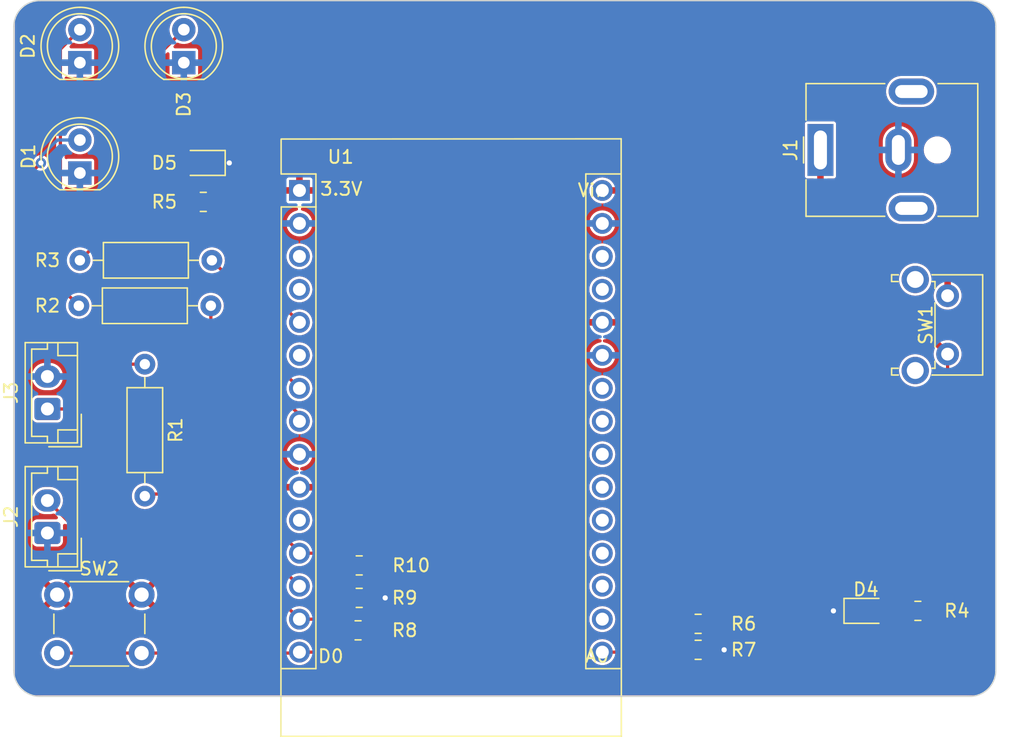
<source format=kicad_pcb>
(kicad_pcb (version 20211014) (generator pcbnew)
  (layers (0 "F.Cu" signal) (31 "B.Cu" signal) (34 "B.Paste" user) (35 "F.Paste" user) (36 "B.SilkS" user "B.Silkscreen") (37 "F.SilkS" user "F.Silkscreen") (38 "B.Mask" user) (39 "F.Mask" user) (44 "Edge.Cuts" user))
  (net 0 "")
  (net 1 "GND")
  (net 2 "Net-(D1-Pad2)")
  (net 3 "Net-(D2-Pad2)")
  (net 4 "Net-(D3-Pad2)")
  (net 5 "Net-(D4-Pad2)")
  (net 6 "Net-(D5-Pad2)")
  (net 7 "Net-(J1-Pad1)")
  (net 8 "/D1")
  (net 9 "/D3")
  (net 10 "/D2")
  (net 11 "/D5")
  (net 12 "/D6")
  (net 13 "/D8")
  (net 14 "/Vin")
  (net 15 "/A0")
  (net 16 "/D0")
  (net 19 "/TX")
  (net 20 "/RX")
  (net 21 "/D7")
  (net 22 "/D4")
  (net 23 "/RST")
  (net 24 "/EN")
  (net 25 "/CLK")
  (net 26 "/SD0")
  (net 27 "/CMD")
  (net 28 "/SD1")
  (net 29 "/SD2")
  (net 30 "/SD3")
  (net 31 "+3V3")
  (footprint "LED_THT:LED_D5.0mm" (layer "F.Cu") (at 118 56.275 90)
    (fp_text reference "D3" (at -3.225 0 90) (layer "F.SilkS"))
    (fp_text value "LED")
    (fp_line (start -1.29 -1.545) (end -1.29 1.545) (layer "F.SilkS") (width 0.12))
    (fp_arc (start 4.26 -0.000462) (mid 2.072002 2.880433) (end -1.29 1.54483) (layer "F.SilkS") (width 0.12))
    (fp_arc (start -1.29 -1.54483) (mid 2.072002 -2.880433) (end 4.26 0.000462) (layer "F.SilkS") (width 0.12))
    (fp_circle (center 1.27 0) (end 3.77 0) (layer "F.SilkS") (width 0.12) (fill none))
    (pad "1" thru_hole rect locked (at 0 0 90) (size 1.8 1.8) (drill 0.9) (layers *.Cu *.Mask) (net 1 "GND"))
    (pad "2" thru_hole circle locked (at 2.54 0 90) (size 1.8 1.8) (drill 0.9) (layers *.Cu *.Mask) (net 4 "Net-(D3-Pad2)"))
  )
  (footprint "Resistor_SMD:R_0805_2012Metric" (layer "F.Cu") (at 131.4125 100 180)
    (fp_text reference "R8" (at -3.5875 0) (layer "F.SilkS"))
    (fp_text value "10k")
    (fp_line (start -0.227064 0.735) (end 0.227064 0.735) (layer "F.SilkS") (width 0.12))
    (fp_line (start -0.227064 -0.735) (end 0.227064 -0.735) (layer "F.SilkS") (width 0.12))
    (pad "1" smd roundrect locked (at -0.9125 0 180) (size 1.025 1.4) (layers "F.Cu" "F.Paste" "F.Mask") (roundrect_rratio 0.243902) (net 1 "GND"))
    (pad "2" smd roundrect locked (at 0.9125 0 180) (size 1.025 1.4) (layers "F.Cu" "F.Paste" "F.Mask") (roundrect_rratio 0.243902) (net 16 "/D0"))
  )
  (footprint "Button_Switch_THT:SW_PUSH_6mm" (layer "F.Cu") (at 108.25 97.25)
    (fp_text reference "SW2" (at 3.25 -2) (layer "F.SilkS"))
    (fp_text value "SW_Push")
    (fp_line (start 5.5 -1) (end 1 -1) (layer "F.SilkS") (width 0.12))
    (fp_line (start 6.75 3) (end 6.75 1.5) (layer "F.SilkS") (width 0.12))
    (fp_line (start 1 5.5) (end 5.5 5.5) (layer "F.SilkS") (width 0.12))
    (fp_line (start -0.25 1.5) (end -0.25 3) (layer "F.SilkS") (width 0.12))
    (pad "1" thru_hole circle locked (at 6.5 0 90) (size 2 2) (drill 1.1) (layers *.Cu *.Mask) (net 31 "+3V3"))
    (pad "1" thru_hole circle locked (at 0 0 90) (size 2 2) (drill 1.1) (layers *.Cu *.Mask) (net 31 "+3V3"))
    (pad "2" thru_hole circle locked (at 6.5 4.5 90) (size 2 2) (drill 1.1) (layers *.Cu *.Mask) (net 16 "/D0"))
    (pad "2" thru_hole circle locked (at 0 4.5 90) (size 2 2) (drill 1.1) (layers *.Cu *.Mask) (net 16 "/D0"))
  )
  (footprint "Resistor_SMD:R_0805_2012Metric" (layer "F.Cu") (at 119.5 67)
    (fp_text reference "R5" (at -3 0) (layer "F.SilkS"))
    (fp_text value "330")
    (fp_line (start -0.227064 0.735) (end 0.227064 0.735) (layer "F.SilkS") (width 0.12))
    (fp_line (start -0.227064 -0.735) (end 0.227064 -0.735) (layer "F.SilkS") (width 0.12))
    (pad "1" smd roundrect locked (at -0.9125 0) (size 1.025 1.4) (layers "F.Cu" "F.Paste" "F.Mask") (roundrect_rratio 0.243902) (net 6 "Net-(D5-Pad2)"))
    (pad "2" smd roundrect locked (at 0.9125 0) (size 1.025 1.4) (layers "F.Cu" "F.Paste" "F.Mask") (roundrect_rratio 0.243902) (net 13 "/D8"))
  )
  (footprint "Connector_BarrelJack:BarrelJack_CUI_PJ-063AH_Horizontal" (layer "F.Cu") (at 167 63 90)
    (fp_text reference "J1" (at 0 -2.3 90) (layer "F.SilkS"))
    (fp_text value "Barrel_Jack")
    (fp_line (start -5.11 12.11) (end -5.11 9.05) (layer "F.SilkS") (width 0.12))
    (fp_line (start 5.11 -1.11) (end 5.11 4.95) (layer "F.SilkS") (width 0.12))
    (fp_line (start 5.11 12.11) (end -5.11 12.11) (layer "F.SilkS") (width 0.12))
    (fp_line (start 5.11 9.05) (end 5.11 12.11) (layer "F.SilkS") (width 0.12))
    (fp_line (start -5.11 -1.11) (end -2.3 -1.11) (layer "F.SilkS") (width 0.12))
    (fp_line (start -5.11 4.95) (end -5.11 -1.11) (layer "F.SilkS") (width 0.12))
    (fp_line (start -1 -1.3) (end 1 -1.3) (layer "F.SilkS") (width 0.12))
    (fp_line (start 2.3 -1.11) (end 5.11 -1.11) (layer "F.SilkS") (width 0.12))
    (pad "" np_thru_hole circle locked (at 0 9 90) (size 1.6 1.6) (drill 1.6) (layers *.Cu *.Mask))
    (pad "1" thru_hole rect locked (at 0 0 90) (size 4 2) (drill oval 3 1) (layers *.Cu *.Mask) (net 7 "Net-(J1-Pad1)"))
    (pad "2" thru_hole oval locked (at 0 6 90) (size 3.3 2) (drill oval 2.3 1) (layers *.Cu *.Mask) (net 1 "GND"))
    (pad "MP" thru_hole oval locked (at -4.5 7 90) (size 2 3.5) (drill oval 1 2.5) (layers *.Cu *.Mask))
    (pad "MP" thru_hole oval locked (at 4.5 7 90) (size 2 3.5) (drill oval 1 2.5) (layers *.Cu *.Mask))
  )
  (footprint "Resistor_THT:R_Axial_DIN0207_L6.3mm_D2.5mm_P10.16mm_Horizontal" (layer "F.Cu") (at 110 71.5)
    (fp_text reference "R3" (at -2.5 0) (layer "F.SilkS"))
    (fp_text value "330")
    (fp_line (start 1.04 0) (end 1.81 0) (layer "F.SilkS") (width 0.12))
    (fp_line (start 1.81 1.37) (end 8.35 1.37) (layer "F.SilkS") (width 0.12))
    (fp_line (start 9.12 0) (end 8.35 0) (layer "F.SilkS") (width 0.12))
    (fp_line (start 8.35 1.37) (end 8.35 -1.37) (layer "F.SilkS") (width 0.12))
    (fp_line (start 1.81 -1.37) (end 1.81 1.37) (layer "F.SilkS") (width 0.12))
    (fp_line (start 8.35 -1.37) (end 1.81 -1.37) (layer "F.SilkS") (width 0.12))
    (pad "1" thru_hole circle locked (at 0 0) (size 1.6 1.6) (drill 0.8) (layers *.Cu *.Mask) (net 4 "Net-(D3-Pad2)"))
    (pad "2" thru_hole oval locked (at 10.16 0) (size 1.6 1.6) (drill 0.8) (layers *.Cu *.Mask) (net 12 "/D6"))
  )
  (footprint "Button_Switch_THT:SW_Tactile_SPST_Angled_PTS645Vx58-2LFS" (layer "F.Cu") (at 176.7875 74.225 -90)
    (fp_text reference "SW1" (at 2.25 1.68 90) (layer "F.SilkS"))
    (fp_text value "SW_SPST")
    (fp_line (start -1.61 -2.7) (end -1.61 1.2) (layer "F.SilkS") (width 0.12))
    (fp_line (start -1.09 0.97) (end -0.55 0.97) (layer "F.SilkS") (width 0.12))
    (fp_line (start -1.09 0.97) (end -1.09 1.2) (layer "F.SilkS") (width 0.12))
    (fp_line (start -1.61 -2.7) (end 6.11 -2.7) (layer "F.SilkS") (width 0.12))
    (fp_line (start 6.11 -2.7) (end 6.11 1.2) (layer "F.SilkS") (width 0.12))
    (fp_line (start -1.61 3.8) (end -1.61 4.31) (layer "F.SilkS") (width 0.12))
    (fp_line (start 0.55 0.97) (end 3.95 0.97) (layer "F.SilkS") (width 0.12))
    (fp_line (start 5.59 4.31) (end 6.11 4.31) (layer "F.SilkS") (width 0.12))
    (fp_line (start 6.11 3.8) (end 6.11 4.31) (layer "F.SilkS") (width 0.12))
    (fp_line (start 5.59 3.8) (end 5.59 4.31) (layer "F.SilkS") (width 0.12))
    (fp_line (start -1.61 4.31) (end -1.09 4.31) (layer "F.SilkS") (width 0.12))
    (fp_line (start 5.05 0.97) (end 5.59 0.97) (layer "F.SilkS") (width 0.12))
    (fp_line (start 5.59 0.97) (end 5.59 1.2) (layer "F.SilkS") (width 0.12))
    (fp_line (start -1.09 3.8) (end -1.09 4.31) (layer "F.SilkS") (width 0.12))
    (pad "" thru_hole circle locked (at -1.25 2.49 270) (size 2.1 2.1) (drill 1.3) (layers *.Cu *.Mask))
    (pad "" thru_hole circle locked (at 5.76 2.49 270) (size 2.1 2.1) (drill 1.3) (layers *.Cu *.Mask))
    (pad "1" thru_hole circle locked (at 0 0 270) (size 1.75 1.75) (drill 0.99) (layers *.Cu *.Mask) (net 7 "Net-(J1-Pad1)"))
    (pad "2" thru_hole circle locked (at 4.5 0 270) (size 1.75 1.75) (drill 0.99) (layers *.Cu *.Mask) (net 14 "/Vin"))
  )
  (footprint "LED_SMD:LED_0805_2012Metric" (layer "F.Cu") (at 119.5 64 180)
    (fp_text reference "D5" (at 3 0) (layer "F.SilkS"))
    (fp_text value "LED")
    (fp_line (start -1.685 -0.96) (end -1.685 0.96) (layer "F.SilkS") (width 0.12))
    (fp_line (start -1.685 0.96) (end 1 0.96) (layer "F.SilkS") (width 0.12))
    (fp_line (start 1 -0.96) (end -1.685 -0.96) (layer "F.SilkS") (width 0.12))
    (pad "1" smd roundrect locked (at -0.9375 0 180) (size 0.975 1.4) (layers "F.Cu" "F.Paste" "F.Mask") (net 1 "GND"))
    (pad "2" smd roundrect locked (at 0.9375 0 180) (size 0.975 1.4) (layers "F.Cu" "F.Paste" "F.Mask") (net 6 "Net-(D5-Pad2)"))
  )
  (footprint "LED_THT:LED_D5.0mm" (layer "F.Cu") (at 110 56.275 90)
    (fp_text reference "D2" (at 1.27 -4 90) (layer "F.SilkS"))
    (fp_text value "LED")
    (fp_line (start -1.29 -1.545) (end -1.29 1.545) (layer "F.SilkS") (width 0.12))
    (fp_arc (start 4.26 -0.000462) (mid 2.072002 2.880433) (end -1.29 1.54483) (layer "F.SilkS") (width 0.12))
    (fp_arc (start -1.29 -1.54483) (mid 2.072002 -2.880433) (end 4.26 0.000462) (layer "F.SilkS") (width 0.12))
    (fp_circle (center 1.27 0) (end 3.77 0) (layer "F.SilkS") (width 0.12) (fill none))
    (pad "1" thru_hole rect locked (at 0 0 90) (size 1.8 1.8) (drill 0.9) (layers *.Cu *.Mask) (net 1 "GND"))
    (pad "2" thru_hole circle locked (at 2.54 0 90) (size 1.8 1.8) (drill 0.9) (layers *.Cu *.Mask) (net 3 "Net-(D2-Pad2)"))
  )
  (footprint "LED_SMD:LED_0805_2012Metric" (layer "F.Cu") (at 170.5 98.5)
    (fp_text reference "D4" (at 0 -1.65) (layer "F.SilkS"))
    (fp_text value "Power")
    (fp_line (start 1 -0.96) (end -1.685 -0.96) (layer "F.SilkS") (width 0.12))
    (fp_line (start -1.685 -0.96) (end -1.685 0.96) (layer "F.SilkS") (width 0.12))
    (fp_line (start -1.685 0.96) (end 1 0.96) (layer "F.SilkS") (width 0.12))
    (pad "1" smd roundrect locked (at -0.9375 0) (size 0.975 1.4) (layers "F.Cu" "F.Paste" "F.Mask") (net 1 "GND"))
    (pad "2" smd roundrect locked (at 0.9375 0) (size 0.975 1.4) (layers "F.Cu" "F.Paste" "F.Mask") (net 5 "Net-(D4-Pad2)"))
  )
  (footprint "LED_THT:LED_D5.0mm" (layer "F.Cu") (at 110 64.775 90)
    (fp_text reference "D1" (at 1.27 -3.96 90) (layer "F.SilkS"))
    (fp_text value "LED")
    (fp_line (start -1.29 -1.545) (end -1.29 1.545) (layer "F.SilkS") (width 0.12))
    (fp_arc (start 4.26 -0.000462) (mid 2.072002 2.880433) (end -1.29 1.54483) (layer "F.SilkS") (width 0.12))
    (fp_arc (start -1.29 -1.54483) (mid 2.072002 -2.880433) (end 4.26 0.000462) (layer "F.SilkS") (width 0.12))
    (fp_circle (center 1.27 0) (end 3.77 0) (layer "F.SilkS") (width 0.12) (fill none))
    (pad "1" thru_hole rect locked (at 0 0 90) (size 1.8 1.8) (drill 0.9) (layers *.Cu *.Mask) (net 1 "GND"))
    (pad "2" thru_hole circle locked (at 2.54 0 90) (size 1.8 1.8) (drill 0.9) (layers *.Cu *.Mask) (net 2 "Net-(D1-Pad2)"))
  )
  (footprint "Resistor_SMD:R_0805_2012Metric" (layer "F.Cu") (at 131.5 97.5 180)
    (fp_text reference "R9" (at -3.5 0) (layer "F.SilkS"))
    (fp_text value "10k")
    (fp_line (start -0.227064 -0.735) (end 0.227064 -0.735) (layer "F.SilkS") (width 0.12))
    (fp_line (start -0.227064 0.735) (end 0.227064 0.735) (layer "F.SilkS") (width 0.12))
    (pad "1" smd roundrect locked (at -0.9125 0 180) (size 1.025 1.4) (layers "F.Cu" "F.Paste" "F.Mask") (roundrect_rratio 0.243902) (net 1 "GND"))
    (pad "2" smd roundrect locked (at 0.9125 0 180) (size 1.025 1.4) (layers "F.Cu" "F.Paste" "F.Mask") (roundrect_rratio 0.243902) (net 8 "/D1"))
  )
  (footprint "Connector_JST:JST_EH_B2B-EH-A_1x02_P2.50mm_Vertical" (layer "F.Cu") (at 107.5 82.95 90)
    (fp_text reference "J3" (at 1.25 -2.8 90) (layer "F.SilkS"))
    (fp_text value "Conn_01x02_Female")
    (fp_line (start -2.11 0) (end -2.11 -1.21) (layer "F.SilkS") (width 0.12))
    (fp_line (start -2.61 -1.71) (end -2.61 2.31) (layer "F.SilkS") (width 0.12))
    (fp_line (start -2.91 2.61) (end -0.41 2.61) (layer "F.SilkS") (width 0.12))
    (fp_line (start -1.61 0.81) (end -1.61 2.31) (layer "F.SilkS") (width 0.12))
    (fp_line (start -2.61 2.31) (end 5.11 2.31) (layer "F.SilkS") (width 0.12))
    (fp_line (start -2.61 0.81) (end -1.61 0.81) (layer "F.SilkS") (width 0.12))
    (fp_line (start -2.91 0.11) (end -2.91 2.61) (layer "F.SilkS") (width 0.12))
    (fp_line (start -2.11 -1.21) (end 4.61 -1.21) (layer "F.SilkS") (width 0.12))
    (fp_line (start 4.11 0.81) (end 4.11 2.31) (layer "F.SilkS") (width 0.12))
    (fp_line (start -2.61 0) (end -2.11 0) (layer "F.SilkS") (width 0.12))
    (fp_line (start 5.11 -1.71) (end -2.61 -1.71) (layer "F.SilkS") (width 0.12))
    (fp_line (start 5.11 0.81) (end 4.11 0.81) (layer "F.SilkS") (width 0.12))
    (fp_line (start 5.11 2.31) (end 5.11 -1.71) (layer "F.SilkS") (width 0.12))
    (fp_line (start 4.61 0) (end 5.11 0) (layer "F.SilkS") (width 0.12))
    (fp_line (start 4.61 -1.21) (end 4.61 0) (layer "F.SilkS") (width 0.12))
    (pad "1" thru_hole roundrect locked (at 0 0 90) (size 1.7 2) (drill 1) (layers *.Cu *.Mask) (roundrect_rratio 0.147059) (net 9 "/D3"))
    (pad "2" thru_hole oval locked (at 2.5 0 90) (size 1.7 2) (drill 1) (layers *.Cu *.Mask) (net 1 "GND"))
  )
  (footprint "Resistor_THT:R_Axial_DIN0207_L6.3mm_D2.5mm_P10.16mm_Horizontal" (layer "F.Cu") (at 115 79.5 -90)
    (fp_text reference "R1" (at 5.08 -2.37 90) (layer "F.SilkS"))
    (fp_text value "330")
    (fp_line (start 1.81 -1.37) (end 1.81 1.37) (layer "F.SilkS") (width 0.12))
    (fp_line (start 8.35 1.37) (end 8.35 -1.37) (layer "F.SilkS") (width 0.12))
    (fp_line (start 9.12 0) (end 8.35 0) (layer "F.SilkS") (width 0.12))
    (fp_line (start 1.81 1.37) (end 8.35 1.37) (layer "F.SilkS") (width 0.12))
    (fp_line (start 1.04 0) (end 1.81 0) (layer "F.SilkS") (width 0.12))
    (fp_line (start 8.35 -1.37) (end 1.81 -1.37) (layer "F.SilkS") (width 0.12))
    (pad "1" thru_hole circle locked (at 0 0 270) (size 1.6 1.6) (drill 0.8) (layers *.Cu *.Mask) (net 2 "Net-(D1-Pad2)"))
    (pad "2" thru_hole oval locked (at 10.16 0 270) (size 1.6 1.6) (drill 0.8) (layers *.Cu *.Mask) (net 10 "/D2"))
  )
  (footprint "Connector_JST:JST_EH_B2B-EH-A_1x02_P2.50mm_Vertical" (layer "F.Cu") (at 107.5 92.5 90)
    (fp_text reference "J2" (at 1.25 -2.8 90) (layer "F.SilkS"))
    (fp_text value "Conn_01x02_Female")
    (fp_line (start -2.91 2.61) (end -0.41 2.61) (layer "F.SilkS") (width 0.12))
    (fp_line (start -2.11 -1.21) (end 4.61 -1.21) (layer "F.SilkS") (width 0.12))
    (fp_line (start 4.11 0.81) (end 4.11 2.31) (layer "F.SilkS") (width 0.12))
    (fp_line (start -2.61 -1.71) (end -2.61 2.31) (layer "F.SilkS") (width 0.12))
    (fp_line (start 4.61 -1.21) (end 4.61 0) (layer "F.SilkS") (width 0.12))
    (fp_line (start 5.11 0.81) (end 4.11 0.81) (layer "F.SilkS") (width 0.12))
    (fp_line (start -2.61 2.31) (end 5.11 2.31) (layer "F.SilkS") (width 0.12))
    (fp_line (start -2.11 0) (end -2.11 -1.21) (layer "F.SilkS") (width 0.12))
    (fp_line (start -2.61 0) (end -2.11 0) (layer "F.SilkS") (width 0.12))
    (fp_line (start -1.61 0.81) (end -1.61 2.31) (layer "F.SilkS") (width 0.12))
    (fp_line (start -2.61 0.81) (end -1.61 0.81) (layer "F.SilkS") (width 0.12))
    (fp_line (start 4.61 0) (end 5.11 0) (layer "F.SilkS") (width 0.12))
    (fp_line (start 5.11 2.31) (end 5.11 -1.71) (layer "F.SilkS") (width 0.12))
    (fp_line (start 5.11 -1.71) (end -2.61 -1.71) (layer "F.SilkS") (width 0.12))
    (fp_line (start -2.91 0.11) (end -2.91 2.61) (layer "F.SilkS") (width 0.12))
    (pad "1" thru_hole roundrect locked (at 0 0 90) (size 1.7 2) (drill 1) (layers *.Cu *.Mask) (roundrect_rratio 0.147059) (net 1 "GND"))
    (pad "2" thru_hole oval locked (at 2.5 0 90) (size 1.7 2) (drill 1) (layers *.Cu *.Mask) (net 8 "/D1"))
  )
  (footprint "Resistor_SMD:R_0805_2012Metric" (layer "F.Cu") (at 131.5 95 180)
    (fp_text reference "R10" (at -4 0) (layer "F.SilkS"))
    (fp_text value "10k")
    (fp_line (start -0.227064 0.735) (end 0.227064 0.735) (layer "F.SilkS") (width 0.12))
    (fp_line (start -0.227064 -0.735) (end 0.227064 -0.735) (layer "F.SilkS") (width 0.12))
    (pad "1" smd roundrect locked (at -0.9125 0 180) (size 1.025 1.4) (layers "F.Cu" "F.Paste" "F.Mask") (roundrect_rratio 0.243902) (net 1 "GND"))
    (pad "2" smd roundrect locked (at 0.9125 0 180) (size 1.025 1.4) (layers "F.Cu" "F.Paste" "F.Mask") (roundrect_rratio 0.243902) (net 9 "/D3"))
  )
  (footprint "Resistor_SMD:R_0805_2012Metric" (layer "F.Cu") (at 174.5 98.5)
    (fp_text reference "R4" (at 3 0) (layer "F.SilkS"))
    (fp_text value "330")
    (fp_line (start -0.227064 -0.735) (end 0.227064 -0.735) (layer "F.SilkS") (width 0.12))
    (fp_line (start -0.227064 0.735) (end 0.227064 0.735) (layer "F.SilkS") (width 0.12))
    (pad "1" smd roundrect locked (at -0.9125 0) (size 1.025 1.4) (layers "F.Cu" "F.Paste" "F.Mask") (roundrect_rratio 0.243902) (net 5 "Net-(D4-Pad2)"))
    (pad "2" smd roundrect locked (at 0.9125 0) (size 1.025 1.4) (layers "F.Cu" "F.Paste" "F.Mask") (roundrect_rratio 0.243902) (net 31 "+3V3"))
  )
  (footprint "Resistor_THT:R_Axial_DIN0207_L6.3mm_D2.5mm_P10.16mm_Horizontal" (layer "F.Cu") (at 109.92 75)
    (fp_text reference "R2" (at -2.42 0) (layer "F.SilkS"))
    (fp_text value "330")
    (fp_line (start 8.35 1.37) (end 8.35 -1.37) (layer "F.SilkS") (width 0.12))
    (fp_line (start 8.35 -1.37) (end 1.81 -1.37) (layer "F.SilkS") (width 0.12))
    (fp_line (start 1.81 -1.37) (end 1.81 1.37) (layer "F.SilkS") (width 0.12))
    (fp_line (start 1.81 1.37) (end 8.35 1.37) (layer "F.SilkS") (width 0.12))
    (fp_line (start 1.04 0) (end 1.81 0) (layer "F.SilkS") (width 0.12))
    (fp_line (start 9.12 0) (end 8.35 0) (layer "F.SilkS") (width 0.12))
    (pad "1" thru_hole circle locked (at 0 0) (size 1.6 1.6) (drill 0.8) (layers *.Cu *.Mask) (net 3 "Net-(D2-Pad2)"))
    (pad "2" thru_hole oval locked (at 10.16 0) (size 1.6 1.6) (drill 0.8) (layers *.Cu *.Mask) (net 11 "/D5"))
  )
  (footprint "Resistor_SMD:R_0805_2012Metric" (layer "F.Cu") (at 157.5875 101.5)
    (fp_text reference "R7" (at 3.5 0) (layer "F.SilkS"))
    (fp_text value "7.5k")
    (fp_line (start -0.227064 0.735) (end 0.227064 0.735) (layer "F.SilkS") (width 0.12))
    (fp_line (start -0.227064 -0.735) (end 0.227064 -0.735) (layer "F.SilkS") (width 0.12))
    (pad "1" smd roundrect locked (at -0.9125 0) (size 1.025 1.4) (layers "F.Cu" "F.Paste" "F.Mask") (roundrect_rratio 0.243902) (net 15 "/A0"))
    (pad "2" smd roundrect locked (at 0.9125 0) (size 1.025 1.4) (layers "F.Cu" "F.Paste" "F.Mask") (roundrect_rratio 0.243902) (net 1 "GND"))
  )
  (footprint "ESP8266 Development Board:ESP8266-12E" (layer "F.Cu") (at 139.697 83.2004)
    (fp_text reference "U1" (at -9.6266 -19.6596 unlocked) (layer "F.SilkS"))
    (fp_text value "ESP8266-12E_Dev_Board")
    (fp_text user "3.3V" (at -9.5758 -17.1958 unlocked) (layer "F.SilkS"))
    (fp_text user "A0" (at 10.1092 18.7706 unlocked) (layer "F.SilkS"))
    (fp_text user "Vin" (at 9.7536 -17.0942 unlocked) (layer "F.SilkS"))
    (fp_text user "D0" (at -10.3886 18.796 unlocked) (layer "F.SilkS"))
    (fp_line (start 9.2441 19.7478) (end 11.9141 19.7478) (layer "F.SilkS") (width 0.12))
    (fp_line (start 11.9634 -21.0566) (end -14.1986 -21.0422) (layer "F.SilkS") (width 0.12))
    (fp_line (start -11.5286 19.7478) (end -14.1986 19.7478) (layer "F.SilkS") (width 0.12))
    (fp_line (start 11.9796 24.9646) (end 11.9634 -21.0566) (layer "F.SilkS") (width 0.12))
    (fp_line (start -14.2086 -21.0222) (end -14.2086 -18.3522) (layer "F.SilkS") (width 0.12))
    (fp_line (start -11.5286 -18.3522) (end -14.1986 -18.3522) (layer "F.SilkS") (width 0.12))
    (fp_line (start -11.5286 -15.8122) (end -11.5286 19.7478) (layer "F.SilkS") (width 0.12))
    (fp_line (start -11.5286 -15.8122) (end -14.1986 -15.8122) (layer "F.SilkS") (width 0.12))
    (fp_line (start -14.224 24.9682) (end 11.9796 24.9646) (layer "F.SilkS") (width 0.12))
    (fp_line (start 9.2441 -18.3522) (end 9.2441 19.7478) (layer "F.SilkS") (width 0.12))
    (fp_line (start -14.1986 -15.8122) (end -14.224 24.9682) (layer "F.SilkS") (width 0.12))
    (fp_line (start 9.2441 -18.3522) (end 11.9141 -18.3522) (layer "F.SilkS") (width 0.12))
    (fp_line (start -11.5286 -15.8122) (end -11.5286 -18.3522) (layer "F.SilkS") (width 0.12))
    (pad "1" thru_hole rect (at -12.7986 -17.0822) (size 1.6 1.6) (drill 1) (layers *.Cu *.Mask) (net 31 "+3V3"))
    (pad "2" thru_hole oval (at -12.7986 -14.5422) (size 1.6 1.6) (drill 1) (layers *.Cu *.Mask) (net 1 "GND"))
    (pad "3" thru_hole oval (at -12.7986 -12.0022) (size 1.6 1.6) (drill 1) (layers *.Cu *.Mask) (net 19 "/TX"))
    (pad "4" thru_hole oval (at -12.7986 -9.4622) (size 1.6 1.6) (drill 1) (layers *.Cu *.Mask) (net 20 "/RX"))
    (pad "5" thru_hole oval (at -12.7986 -6.9222) (size 1.6 1.6) (drill 1) (layers *.Cu *.Mask) (net 13 "/D8"))
    (pad "6" thru_hole oval (at -12.7986 -4.3822) (size 1.6 1.6) (drill 1) (layers *.Cu *.Mask) (net 21 "/D7"))
    (pad "7" thru_hole oval (at -12.7986 -1.8422) (size 1.6 1.6) (drill 1) (layers *.Cu *.Mask) (net 12 "/D6"))
    (pad "8" thru_hole oval (at -12.7986 0.6978) (size 1.6 1.6) (drill 1) (layers *.Cu *.Mask) (net 11 "/D5"))
    (pad "9" thru_hole oval (at -12.7986 3.2378) (size 1.6 1.6) (drill 1) (layers *.Cu *.Mask) (net 1 "GND"))
    (pad "10" thru_hole oval (at -12.7986 5.7778) (size 1.6 1.6) (drill 1) (layers *.Cu *.Mask) (net 31 "+3V3"))
    (pad "11" thru_hole oval (at -12.7986 8.3178) (size 1.6 1.6) (drill 1) (layers *.Cu *.Mask) (net 22 "/D4"))
    (pad "12" thru_hole oval (at -12.7986 10.8578) (size 1.6 1.6) (drill 1) (layers *.Cu *.Mask) (net 9 "/D3"))
    (pad "13" thru_hole oval (at -12.7986 13.3978) (size 1.6 1.6) (drill 1) (layers *.Cu *.Mask) (net 10 "/D2"))
    (pad "14" thru_hole oval (at -12.7986 15.9378) (size 1.6 1.6) (drill 1) (layers *.Cu *.Mask) (net 8 "/D1"))
    (pad "15" thru_hole oval (at -12.7986 18.4778) (size 1.6 1.6) (drill 1) (layers *.Cu *.Mask) (net 16 "/D0"))
    (pad "16" thru_hole oval (at 10.5141 -17.0822 180) (size 1.6 1.6) (drill 1) (layers *.Cu *.Mask) (net 14 "/Vin"))
    (pad "17" thru_hole oval (at 10.5141 -14.5422 180) (size 1.6 1.6) (drill 1) (layers *.Cu *.Mask) (net 1 "GND"))
    (pad "18" thru_hole oval (at 10.5141 -12.0022 180) (size 1.6 1.6) (drill 1) (layers *.Cu *.Mask) (net 23 "/RST"))
    (pad "19" thru_hole oval (at 10.5141 -9.4622 180) (size 1.6 1.6) (drill 1) (layers *.Cu *.Mask) (net 24 "/EN"))
    (pad "20" thru_hole oval (at 10.5141 -6.9222 180) (size 1.6 1.6) (drill 1) (layers *.Cu *.Mask) (net 31 "+3V3"))
    (pad "21" thru_hole oval (at 10.5141 -4.3822 180) (size 1.6 1.6) (drill 1) (layers *.Cu *.Mask) (net 1 "GND"))
    (pad "22" thru_hole oval (at 10.5141 -1.8422 180) (size 1.6 1.6) (drill 1) (layers *.Cu *.Mask) (net 25 "/CLK"))
    (pad "23" thru_hole oval (at 10.5141 0.6978 180) (size 1.6 1.6) (drill 1) (layers *.Cu *.Mask) (net 26 "/SD0"))
    (pad "24" thru_hole oval (at 10.5141 3.2378 180) (size 1.6 1.6) (drill 1) (layers *.Cu *.Mask) (net 27 "/CMD"))
    (pad "25" thru_hole oval (at 10.5141 5.7778 180) (size 1.6 1.6) (drill 1) (layers *.Cu *.Mask) (net 28 "/SD1"))
    (pad "26" thru_hole oval (at 10.5141 8.3178 180) (size 1.6 1.6) (drill 1) (layers *.Cu *.Mask) (net 29 "/SD2"))
    (pad "27" thru_hole oval (at 10.5141 10.8578 180) (size 1.6 1.6) (drill 1) (layers *.Cu *.Mask) (net 30 "/SD3"))
    (pad "28" thru_hole oval (at 10.5141 13.3978 180) (size 1.6 1.6) (drill 1) (layers *.Cu *.Mask))
    (pad "29" thru_hole oval (at 10.5141 15.9378 180) (size 1.6 1.6) (drill 1) (layers *.Cu *.Mask))
    (pad "30" thru_hole oval (at 10.5141 18.4778 180) (size 1.6 1.6) (drill 1) (layers *.Cu *.Mask) (net 15 "/A0"))
  )
  (footprint "Resistor_SMD:R_0805_2012Metric" (layer "F.Cu") (at 157.5875 99.5 180)
    (fp_text reference "R6" (at -3.5 0) (layer "F.SilkS"))
    (fp_text value "30k")
    (fp_line (start -0.227064 0.735) (end 0.227064 0.735) (layer "F.SilkS") (width 0.12))
    (fp_line (start -0.227064 -0.735) (end 0.227064 -0.735) (layer "F.SilkS") (width 0.12))
    (pad "1" smd roundrect locked (at -0.9125 0 180) (size 1.025 1.4) (layers "F.Cu" "F.Paste" "F.Mask") (roundrect_rratio 0.243902) (net 14 "/Vin"))
    (pad "2" smd roundrect locked (at 0.9125 0 180) (size 1.025 1.4) (layers "F.Cu" "F.Paste" "F.Mask") (roundrect_rratio 0.243902) (net 15 "/A0"))
  )
  (gr_line (start 180.5 103.085786) (end 180.5 53.5) (layer "Edge.Cuts") (width 0.1))
  (gr_line (start 106.914214 105.085786) (end 178.5 105.085786) (layer "Edge.Cuts") (width 0.1))
  (gr_line (start 104.914214 53.5) (end 104.914214 103.085786) (layer "Edge.Cuts") (width 0.1))
  (gr_line (start 178.5 51.5) (end 106.914214 51.5) (layer "Edge.Cuts") (width 0.1))
  (gr_arc (start 104.914214 53.5) (mid 105.5 52.085786) (end 106.914214 51.5) (layer "Edge.Cuts") (width 0.1))
  (gr_arc (start 106.914214 105.085786) (mid 105.5 104.5) (end 104.914214 103.085786) (layer "Edge.Cuts") (width 0.1))
  (gr_arc (start 178.5 51.5) (mid 179.914214 52.085786) (end 180.5 53.5) (layer "Edge.Cuts") (width 0.1))
  (gr_arc (start 180.5 103.085786) (mid 179.914214 104.5) (end 178.5 105.085786) (layer "Edge.Cuts") (width 0.1))
  (segment (start 168 98.5) (end 169.5625 98.5) (width 0.25) (layer "F.Cu") (net 1))
  (segment (start 159.5875 101.5) (end 158.5 101.5) (width 0.25) (layer "F.Cu") (net 1))
  (segment (start 132.4125 97.5) (end 133.5 97.5) (width 0.25) (layer "F.Cu") (net 1))
  (segment (start 132.4125 99.9125) (end 132.325 100) (width 0.25) (layer "F.Cu") (net 1))
  (segment (start 132.4125 95) (end 132.4125 99.9125) (width 0.25) (layer "F.Cu") (net 1))
  (segment (start 120.4375 64) (end 121.5 64) (width 0.25) (layer "F.Cu") (net 1))
  (via (at 121.5 64) (size 0.8) (drill 0.4) (layers "F.Cu" "B.Cu") (net 1))
  (via (at 168 98.5) (size 0.8) (drill 0.4) (layers "F.Cu" "B.Cu") (net 1))
  (via (at 133.5 97.5) (size 0.8) (drill 0.4) (layers "F.Cu" "B.Cu") (net 1))
  (via (at 159.5875 101.5) (size 0.8) (drill 0.4) (layers "F.Cu" "B.Cu") (net 1))
  (segment (start 106.5 64.5) (end 107 64) (width 0.25) (layer "F.Cu") (net 2))
  (segment (start 115 79.5) (end 111.5 79.5) (width 0.25) (layer "F.Cu") (net 2))
  (segment (start 106.5 74.5) (end 106.5 64.5) (width 0.25) (layer "F.Cu") (net 2))
  (segment (start 111.5 79.5) (end 106.5 74.5) (width 0.25) (layer "F.Cu") (net 2))
  (via (at 107 64) (size 0.8) (drill 0.4) (layers "F.Cu" "B.Cu") (net 2))
  (segment (start 108.265 62.235) (end 110 62.235) (width 0.25) (layer "B.Cu") (net 2))
  (segment (start 107 63.5) (end 108.265 62.235) (width 0.25) (layer "B.Cu") (net 2))
  (segment (start 107 64) (end 107 63.5) (width 0.25) (layer "B.Cu") (net 2))
  (segment (start 108.5 73.58) (end 109.92 75) (width 0.25) (layer "F.Cu") (net 3))
  (segment (start 110 53.735) (end 108.5 55.235) (width 0.25) (layer "F.Cu") (net 3))
  (segment (start 108.5 55.235) (end 108.5 73.58) (width 0.25) (layer "F.Cu") (net 3))
  (segment (start 112.5 59.235) (end 112.5 69) (width 0.25) (layer "F.Cu") (net 4))
  (segment (start 112.5 69) (end 110 71.5) (width 0.25) (layer "F.Cu") (net 4))
  (segment (start 118 53.735) (end 112.5 59.235) (width 0.25) (layer "F.Cu") (net 4))
  (segment (start 171.4375 98.5) (end 173.5875 98.5) (width 0.25) (layer "F.Cu") (net 5))
  (segment (start 118.5625 66.975) (end 118.5875 67) (width 0.25) (layer "F.Cu") (net 6))
  (segment (start 118.5625 64) (end 118.5625 66.975) (width 0.25) (layer "F.Cu") (net 6))
  (segment (start 167 68.5) (end 168.5 70) (width 0.5) (layer "F.Cu") (net 7))
  (segment (start 176.7875 71.2875) (end 176.7875 74.225) (width 0.5) (layer "F.Cu") (net 7))
  (segment (start 175.5 70) (end 176.7875 71.2875) (width 0.5) (layer "F.Cu") (net 7))
  (segment (start 167 63) (end 167 68.5) (width 0.5) (layer "F.Cu") (net 7))
  (segment (start 168.5 70) (end 175.5 70) (width 0.5) (layer "F.Cu") (net 7))
  (segment (start 128.9493 99.1382) (end 130.5875 97.5) (width 0.25) (layer "F.Cu") (net 8))
  (segment (start 126.8984 99.1382) (end 128.9493 99.1382) (width 0.25) (layer "F.Cu") (net 8))
  (segment (start 109 91.5) (end 119.2602 91.5) (width 0.25) (layer "F.Cu") (net 8))
  (segment (start 119.2602 91.5) (end 126.8984 99.1382) (width 0.25) (layer "F.Cu") (net 8))
  (segment (start 107.5 90) (end 109 91.5) (width 0.25) (layer "F.Cu") (net 8))
  (segment (start 115.870118 82.95) (end 126.8984 93.978282) (width 0.25) (layer "F.Cu") (net 9))
  (segment (start 126.8984 93.978282) (end 126.8984 94.0582) (width 0.25) (layer "F.Cu") (net 9))
  (segment (start 126.8984 94.0582) (end 129.6457 94.0582) (width 0.25) (layer "F.Cu") (net 9))
  (segment (start 129.6457 94.0582) (end 130.5875 95) (width 0.25) (layer "F.Cu") (net 9))
  (segment (start 107.5 82.95) (end 115.870118 82.95) (width 0.25) (layer "F.Cu") (net 9))
  (segment (start 119.8002 89.5) (end 115.16 89.5) (width 0.25) (layer "F.Cu") (net 10))
  (segment (start 115.16 89.5) (end 115 89.66) (width 0.25) (layer "F.Cu") (net 10))
  (segment (start 126.8984 96.5982) (end 119.8002 89.5) (width 0.25) (layer "F.Cu") (net 10))
  (segment (start 120.08 75) (end 120.08 76.58) (width 0.25) (layer "F.Cu") (net 11))
  (segment (start 120.08 76.58) (end 126.8984 83.3984) (width 0.25) (layer "F.Cu") (net 11))
  (segment (start 126.8984 83.3984) (end 126.8984 83.8982) (width 0.25) (layer "F.Cu") (net 11))
  (segment (start 126.8984 81.3582) (end 122 76.4598) (width 0.25) (layer "F.Cu") (net 12))
  (segment (start 122 76.4598) (end 122 73.34) (width 0.25) (layer "F.Cu") (net 12))
  (segment (start 122 73.34) (end 120.16 71.5) (width 0.25) (layer "F.Cu") (net 12))
  (segment (start 126.8984 76.2782) (end 122 71.3798) (width 0.25) (layer "F.Cu") (net 13))
  (segment (start 122 71.3798) (end 122 68.5) (width 0.25) (layer "F.Cu") (net 13))
  (segment (start 120.5 67) (end 120.4125 67) (width 0.25) (layer "F.Cu") (net 13))
  (segment (start 122 68.5) (end 120.5 67) (width 0.25) (layer "F.Cu") (net 13))
  (segment (start 176.7875 79.962436) (end 176.7875 78.725) (width 0.25) (layer "F.Cu") (net 14))
  (segment (start 170.5 77.5) (end 159.1182 66.1182) (width 0.5) (layer "F.Cu") (net 14))
  (segment (start 158.5 98.249936) (end 176.7875 79.962436) (width 0.25) (layer "F.Cu") (net 14))
  (segment (start 176.7875 78.725) (end 175.5625 77.5) (width 0.5) (layer "F.Cu") (net 14))
  (segment (start 158.5 99.5) (end 158.5 98.249936) (width 0.25) (layer "F.Cu") (net 14))
  (segment (start 159.1182 66.1182) (end 150.2111 66.1182) (width 0.5) (layer "F.Cu") (net 14))
  (segment (start 175.5625 77.5) (end 170.5 77.5) (width 0.5) (layer "F.Cu") (net 14))
  (segment (start 156.675 99.5) (end 156.675 101.5) (width 0.25) (layer "F.Cu") (net 15))
  (segment (start 150.2111 101.6782) (end 156.4968 101.6782) (width 0.25) (layer "F.Cu") (net 15))
  (segment (start 126.8266 101.75) (end 126.8984 101.6782) (width 0.25) (layer "F.Cu") (net 16))
  (segment (start 108.25 101.75) (end 114.75 101.75) (width 0.25) (layer "F.Cu") (net 16))
  (segment (start 126.8984 101.6782) (end 128.8218 101.6782) (width 0.25) (layer "F.Cu") (net 16))
  (segment (start 114.75 101.75) (end 126.8266 101.75) (width 0.25) (layer "F.Cu") (net 16))
  (segment (start 128.8218 101.6782) (end 130.5 100) (width 0.25) (layer "F.Cu") (net 16))
  (zone (net 31) (net_name "+3V3") (layer "F.Cu") (connect_pads (clearance 0)) (min_thickness 0.254) (fill yes (thermal_gap 0.508) (thermal_bridge_width 0.508))
    (polygon (pts (xy 180.5 105) (xy 105 105) (xy 105 51.5) (xy 180.5 51.5)))
  )
  (zone (net 1) (net_name "GND") (layer "B.Cu") (connect_pads (clearance 0)) (min_thickness 0.254) (fill yes (thermal_gap 0.508) (thermal_bridge_width 0.508))
    (polygon (pts (xy 180.5 105) (xy 105 105) (xy 105 51.5) (xy 180.5 51.5)))
  )
)
</source>
